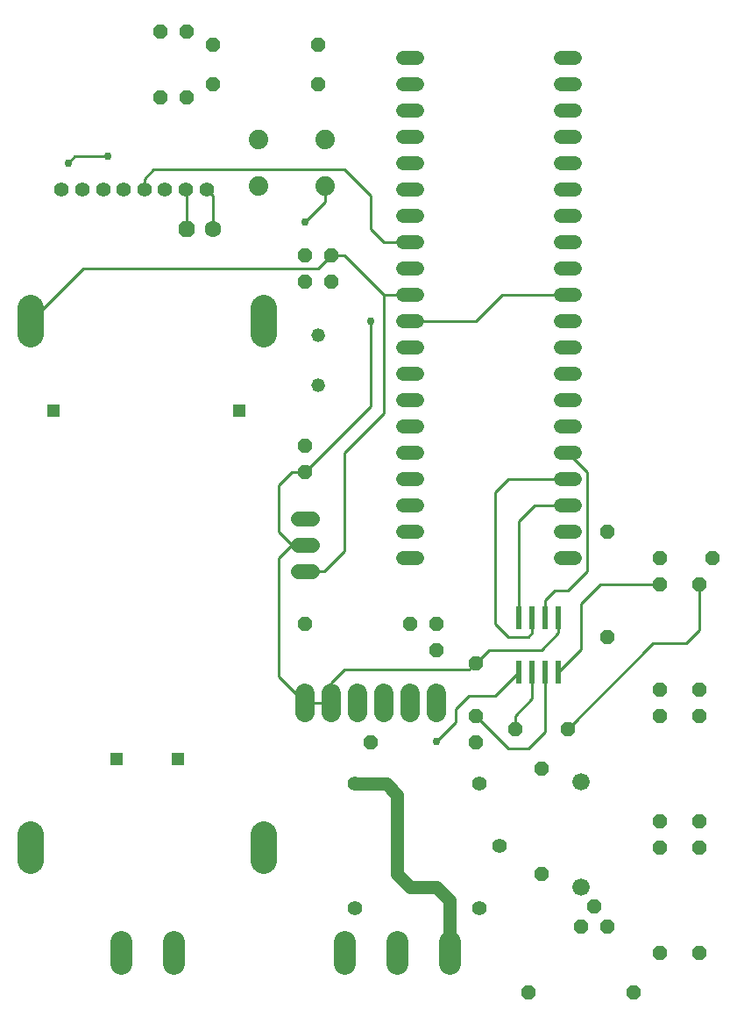
<source format=gbr>
G04 EAGLE Gerber RS-274X export*
G75*
%MOMM*%
%FSLAX34Y34*%
%LPD*%
%INTop Copper*%
%IPPOS*%
%AMOC8*
5,1,8,0,0,1.08239X$1,22.5*%
G01*
%ADD10C,2.540000*%
%ADD11R,1.308000X1.308000*%
%ADD12C,2.095500*%
%ADD13C,1.408000*%
%ADD14P,1.429621X8X22.500000*%
%ADD15C,1.676400*%
%ADD16P,1.429621X8X292.500000*%
%ADD17R,0.609600X2.209800*%
%ADD18P,1.429621X8X202.500000*%
%ADD19P,1.429621X8X112.500000*%
%ADD20C,1.320800*%
%ADD21C,1.320800*%
%ADD22C,1.879600*%
%ADD23C,1.422400*%
%ADD24P,1.732040X8X202.500000*%
%ADD25C,1.600200*%
%ADD26C,1.422400*%
%ADD27C,1.879600*%
%ADD28C,0.756400*%
%ADD29C,0.254000*%
%ADD30C,1.270000*%


D10*
X27178Y165100D02*
X27178Y190500D01*
X252222Y190500D02*
X252222Y165100D01*
X252222Y673100D02*
X252222Y698500D01*
X27178Y698500D02*
X27178Y673100D01*
D11*
X169000Y263300D03*
X110000Y263300D03*
X49000Y599300D03*
X229000Y599300D03*
D12*
X114300Y86678D02*
X114300Y65723D01*
X165100Y65723D02*
X165100Y86678D01*
D13*
X340300Y239000D03*
X460300Y119000D03*
X480300Y179000D03*
X340300Y119000D03*
X460300Y239000D03*
D14*
X584200Y101600D03*
X571500Y120650D03*
X558800Y101600D03*
D15*
X558800Y139700D03*
X558800Y241300D03*
D16*
X584200Y482600D03*
X584200Y381000D03*
D17*
X499110Y347218D03*
X511810Y347218D03*
X524510Y347218D03*
X537210Y347218D03*
X537210Y399542D03*
X524510Y399542D03*
X511810Y399542D03*
X499110Y399542D03*
D12*
X330200Y86678D02*
X330200Y65723D01*
X381000Y65723D02*
X381000Y86678D01*
X431800Y86678D02*
X431800Y65723D01*
D18*
X609600Y38100D03*
X508000Y38100D03*
D19*
X635000Y76200D03*
X635000Y177800D03*
D16*
X673100Y177800D03*
X673100Y76200D03*
D19*
X673100Y203200D03*
X673100Y304800D03*
D16*
X635000Y304800D03*
X635000Y203200D03*
D19*
X635000Y330200D03*
X635000Y431800D03*
D16*
X673100Y431800D03*
X673100Y330200D03*
D18*
X685800Y457200D03*
X635000Y457200D03*
D16*
X520700Y254000D03*
X520700Y152400D03*
D18*
X457200Y279400D03*
X355600Y279400D03*
D14*
X495300Y292100D03*
X546100Y292100D03*
D19*
X457200Y304800D03*
X457200Y355600D03*
D20*
X400304Y939800D02*
X387096Y939800D01*
X387096Y914400D02*
X400304Y914400D01*
X400304Y889000D02*
X387096Y889000D01*
X387096Y863600D02*
X400304Y863600D01*
X400304Y838200D02*
X387096Y838200D01*
X387096Y812800D02*
X400304Y812800D01*
X400304Y787400D02*
X387096Y787400D01*
X387096Y762000D02*
X400304Y762000D01*
X400304Y736600D02*
X387096Y736600D01*
X387096Y711200D02*
X400304Y711200D01*
X400304Y685800D02*
X387096Y685800D01*
X387096Y660400D02*
X400304Y660400D01*
X400304Y635000D02*
X387096Y635000D01*
X387096Y609600D02*
X400304Y609600D01*
X400304Y584200D02*
X387096Y584200D01*
X387096Y558800D02*
X400304Y558800D01*
X400304Y533400D02*
X387096Y533400D01*
X387096Y508000D02*
X400304Y508000D01*
X400304Y482600D02*
X387096Y482600D01*
X387096Y457200D02*
X400304Y457200D01*
X539496Y457200D02*
X552704Y457200D01*
X552704Y482600D02*
X539496Y482600D01*
X539496Y508000D02*
X552704Y508000D01*
X552704Y533400D02*
X539496Y533400D01*
X539496Y558800D02*
X552704Y558800D01*
X552704Y584200D02*
X539496Y584200D01*
X539496Y609600D02*
X552704Y609600D01*
X552704Y635000D02*
X539496Y635000D01*
X539496Y660400D02*
X552704Y660400D01*
X552704Y685800D02*
X539496Y685800D01*
X539496Y711200D02*
X552704Y711200D01*
X552704Y736600D02*
X539496Y736600D01*
X539496Y762000D02*
X552704Y762000D01*
X552704Y787400D02*
X539496Y787400D01*
X539496Y812800D02*
X552704Y812800D01*
X552704Y838200D02*
X539496Y838200D01*
X539496Y863600D02*
X552704Y863600D01*
X552704Y889000D02*
X539496Y889000D01*
X539496Y914400D02*
X552704Y914400D01*
X552704Y939800D02*
X539496Y939800D01*
D21*
X304800Y623570D03*
X304800Y671830D03*
D16*
X292100Y749300D03*
X292100Y723900D03*
D19*
X292100Y539750D03*
X292100Y565150D03*
D14*
X292100Y393700D03*
X393700Y393700D03*
D19*
X317500Y723900D03*
X317500Y749300D03*
X419100Y368300D03*
X419100Y393700D03*
D22*
X419100Y326898D02*
X419100Y308102D01*
X393700Y308102D02*
X393700Y326898D01*
X368300Y326898D02*
X368300Y308102D01*
X342900Y308102D02*
X342900Y326898D01*
X317500Y326898D02*
X317500Y308102D01*
X292100Y308102D02*
X292100Y326898D01*
D23*
X299212Y444500D02*
X284988Y444500D01*
X284988Y469900D02*
X299212Y469900D01*
X299212Y495300D02*
X284988Y495300D01*
D24*
X177800Y774700D03*
D25*
X203200Y774700D03*
D26*
X197000Y812800D03*
X177000Y812800D03*
X157000Y812800D03*
X137000Y812800D03*
X117000Y812800D03*
X97000Y812800D03*
X77000Y812800D03*
X57000Y812800D03*
D27*
X311912Y815594D03*
X246888Y815594D03*
X311912Y860806D03*
X246888Y860806D03*
D18*
X304800Y914400D03*
X203200Y914400D03*
D14*
X152400Y901700D03*
X177800Y901700D03*
X152400Y965200D03*
X177800Y965200D03*
D18*
X304800Y952500D03*
X203200Y952500D03*
D28*
X101600Y844550D03*
D29*
X69850Y844550D01*
X63500Y838200D01*
D28*
X63500Y838200D03*
D29*
X137000Y822800D02*
X137000Y812800D01*
X137000Y822800D02*
X146050Y831850D01*
X330200Y831850D01*
X355600Y806450D02*
X355600Y774700D01*
X368300Y762000D01*
X393700Y762000D01*
X355600Y806450D02*
X330200Y831850D01*
X514350Y508000D02*
X546100Y508000D01*
X514350Y508000D02*
X499110Y492760D01*
X499110Y399542D01*
X488950Y533400D02*
X546100Y533400D01*
X488950Y533400D02*
X476250Y520700D01*
X476250Y393700D02*
X488950Y381000D01*
X508000Y381000D01*
X511810Y384810D01*
X511810Y399542D01*
X476250Y393700D02*
X476250Y520700D01*
X546100Y558800D02*
X565150Y539750D01*
X546100Y425450D02*
X533400Y425450D01*
X524510Y416560D01*
X524510Y399542D01*
X565150Y444500D02*
X565150Y539750D01*
X565150Y444500D02*
X546100Y425450D01*
D30*
X370600Y239000D02*
X340300Y239000D01*
X370600Y239000D02*
X381000Y228600D01*
X381000Y152400D01*
X393700Y139700D01*
X419100Y139700D01*
X431800Y127000D01*
X431800Y76200D01*
D29*
X537210Y347218D02*
X558800Y368808D01*
X558800Y412750D01*
X577850Y431800D01*
X635000Y431800D01*
X495300Y304800D02*
X495300Y292100D01*
X511810Y321310D02*
X511810Y347218D01*
X511810Y321310D02*
X495300Y304800D01*
X488950Y273050D02*
X457200Y304800D01*
X488950Y273050D02*
X508000Y273050D01*
X524510Y289560D01*
X524510Y347218D01*
X77978Y736600D02*
X27178Y685800D01*
X77978Y736600D02*
X304800Y736600D01*
X317500Y749300D01*
X330200Y749300D01*
X368300Y711200D01*
X393700Y711200D01*
X368300Y711200D02*
X368300Y596900D01*
X330200Y558800D02*
X330200Y463550D01*
X311150Y444500D01*
X292100Y444500D01*
X330200Y558800D02*
X368300Y596900D01*
X499110Y347218D02*
X475742Y323850D01*
X450850Y323850D01*
X438150Y311150D01*
X438150Y298450D01*
X419500Y279800D01*
X419100Y279400D01*
D28*
X419500Y279800D03*
D29*
X203200Y806600D02*
X197000Y812800D01*
X203200Y806600D02*
X203200Y774700D01*
X482600Y711200D02*
X546100Y711200D01*
X482600Y711200D02*
X457200Y685800D01*
X393700Y685800D01*
X311912Y800862D02*
X311912Y815594D01*
X311912Y800862D02*
X292100Y781050D01*
D28*
X292100Y781050D03*
D29*
X266700Y527050D02*
X266700Y482600D01*
X266700Y527050D02*
X279400Y539750D01*
X292100Y539750D01*
X355600Y603250D01*
X355600Y685800D01*
D28*
X355600Y685800D03*
D29*
X317500Y317500D02*
X292100Y317500D01*
X317500Y317500D02*
X317500Y336550D01*
X450850Y349250D02*
X457200Y355600D01*
X330200Y349250D02*
X317500Y336550D01*
X330200Y349250D02*
X450850Y349250D01*
X292100Y469900D02*
X279400Y469900D01*
X266700Y482600D01*
X279400Y469900D02*
X266700Y457200D01*
X266700Y342900D01*
X292100Y317500D01*
X537210Y384810D02*
X537210Y399542D01*
X520700Y368300D02*
X469900Y368300D01*
X457200Y355600D01*
X520700Y368300D02*
X537210Y384810D01*
X628650Y374650D02*
X546100Y292100D01*
X628650Y374650D02*
X660400Y374650D01*
X673100Y387350D01*
X673100Y431800D01*
X177800Y812000D02*
X177000Y812800D01*
X177800Y812000D02*
X177800Y774700D01*
M02*

</source>
